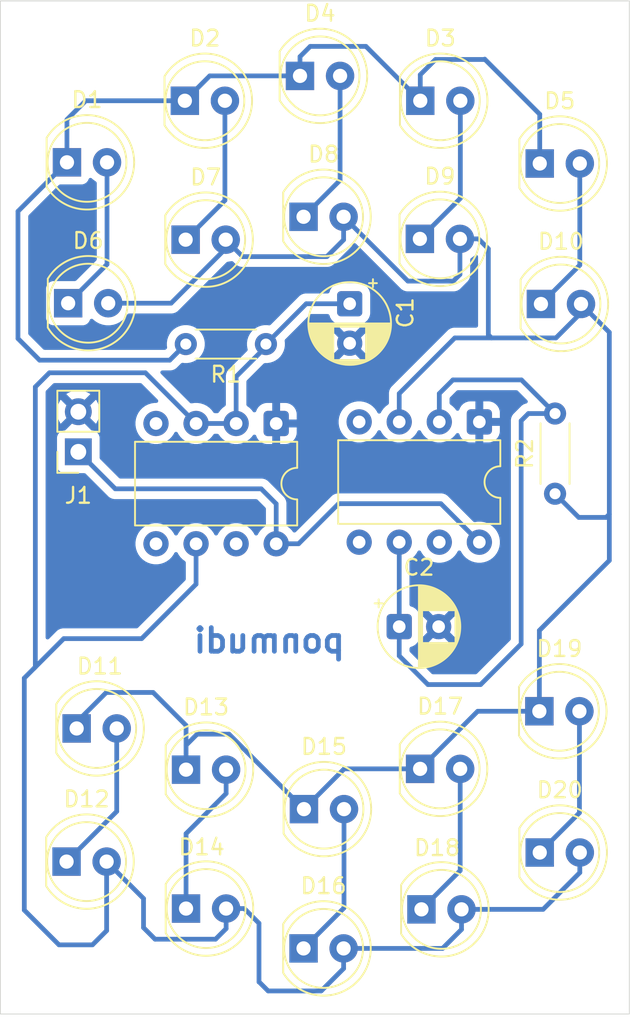
<source format=kicad_pcb>
(kicad_pcb (version 20241229) (generator "pcbnew") (generator_version "9.0")
  (layers (0 "F.Cu" signal) (2 "B.Cu" signal) (13 "F.Paste" user) (15 "B.Paste" user) (5 "F.SilkS" user "F.Silkscreen") (7 "B.SilkS" user "B.Silkscreen") (1 "F.Mask" user) (3 "B.Mask" user) (25 "Edge.Cuts" user))
  (net 0 "")
  (net 1 "GND")
  (net 2 "Net-(D12-A)")
  (net 3 "Net-(U2-THR)")
  (net 4 "Net-(D1-K)")
  (net 5 "Net-(D1-A)")
  (net 6 "Net-(D2-A)")
  (net 7 "Net-(D3-A)")
  (net 8 "Net-(D4-A)")
  (net 9 "Net-(D10-K)")
  (net 10 "Net-(D10-A)")
  (net 11 "Net-(D11-A)")
  (net 12 "Net-(D13-A)")
  (net 13 "Net-(D15-A)")
  (net 14 "Net-(D17-A)")
  (net 15 "Net-(D19-A)")
  (net 16 "VCC")
  (footprint "LED_THT:LED_D5.0mm" (layer "F.Cu") (at 135.98 85.585)
    (property "Reference" "D7" (at 1.27 -3.96 0) (layer "F.SilkS"))
    (property "Value" "LED")
    (pad "1" thru_hole rect (at 0 0) (size 1.8 1.8) (drill 0.9) (layers "*.Cu" "*.Mask") (net 6 "Net-(D2-A)"))
    (pad "2" thru_hole circle (at 2.54 0) (size 1.8 1.8) (drill 0.9) (layers "*.Cu" "*.Mask") (net 10 "Net-(D10-A)"))
  )
  (footprint "Capacitor_THT:CP_Radial_D5.0mm_P2.50mm" (layer "F.Cu") (at 146.38 89.644888 -90)
    (property "Reference" "C1" (at 0.575 -3.525 90) (layer "F.SilkS"))
    (property "Value" "100mF")
    (pad "1" thru_hole roundrect (at 0 0 270) (size 1.6 1.6) (drill 0.8) (layers "*.Cu" "*.Mask") (roundrect_rratio 0.15625) (net 2 "Net-(D12-A)"))
    (pad "2" thru_hole circle (at 2.5 0 270) (size 1.6 1.6) (drill 0.8) (layers "*.Cu" "*.Mask") (net 1 "GND"))
  )
  (footprint "Capacitor_THT:CP_Radial_D5.0mm_P2.50mm" (layer "F.Cu") (at 149.52 110.1)
    (property "Reference" "C2" (at 1.25 -3.75 0) (layer "F.SilkS"))
    (property "Value" "1UF")
    (pad "1" thru_hole roundrect (at 0 0) (size 1.6 1.6) (drill 0.8) (layers "*.Cu" "*.Mask") (roundrect_rratio 0.15625) (net 3 "Net-(U2-THR)"))
    (pad "2" thru_hole circle (at 2.5 0) (size 1.6 1.6) (drill 0.8) (layers "*.Cu" "*.Mask") (net 1 "GND"))
  )
  (footprint "LED_THT:LED_D5.0mm" (layer "F.Cu") (at 158.405 115.46)
    (property "Reference" "D19" (at 1.27 -3.96 0) (layer "F.SilkS"))
    (property "Value" "LED")
    (pad "1" thru_hole rect (at 0 0) (size 1.8 1.8) (drill 0.9) (layers "*.Cu" "*.Mask") (net 10 "Net-(D10-A)"))
    (pad "2" thru_hole circle (at 2.54 0) (size 1.8 1.8) (drill 0.9) (layers "*.Cu" "*.Mask") (net 15 "Net-(D19-A)"))
  )
  (footprint "LED_THT:LED_D5.0mm" (layer "F.Cu") (at 135.93 76.785)
    (property "Reference" "D2" (at 1.27 -3.96 0) (layer "F.SilkS"))
    (property "Value" "LED")
    (pad "1" thru_hole rect (at 0 0) (size 1.8 1.8) (drill 0.9) (layers "*.Cu" "*.Mask") (net 4 "Net-(D1-K)"))
    (pad "2" thru_hole circle (at 2.54 0) (size 1.8 1.8) (drill 0.9) (layers "*.Cu" "*.Mask") (net 6 "Net-(D2-A)"))
  )
  (footprint "LED_THT:LED_D5.0mm" (layer "F.Cu") (at 143.48 121.66)
    (property "Reference" "D15" (at 1.27 -3.96 0) (layer "F.SilkS"))
    (property "Value" "LED")
    (pad "1" thru_hole rect (at 0 0) (size 1.8 1.8) (drill 0.9) (layers "*.Cu" "*.Mask") (net 10 "Net-(D10-A)"))
    (pad "2" thru_hole circle (at 2.54 0) (size 1.8 1.8) (drill 0.9) (layers "*.Cu" "*.Mask") (net 13 "Net-(D15-A)"))
  )
  (footprint "LED_THT:LED_D5.0mm" (layer "F.Cu") (at 143.23 75.21)
    (property "Reference" "D4" (at 1.27 -3.96 0) (layer "F.SilkS"))
    (property "Value" "LED")
    (pad "1" thru_hole rect (at 0 0) (size 1.8 1.8) (drill 0.9) (layers "*.Cu" "*.Mask") (net 4 "Net-(D1-K)"))
    (pad "2" thru_hole circle (at 2.54 0) (size 1.8 1.8) (drill 0.9) (layers "*.Cu" "*.Mask") (net 8 "Net-(D4-A)"))
  )
  (footprint "LED_THT:LED_D5.0mm" (layer "F.Cu") (at 129.07 116.55)
    (property "Reference" "D11" (at 1.47 -3.94 0) (layer "F.SilkS"))
    (property "Value" "LED")
    (pad "1" thru_hole rect (at 0 0) (size 1.8 1.8) (drill 0.9) (layers "*.Cu" "*.Mask") (net 10 "Net-(D10-A)"))
    (pad "2" thru_hole circle (at 2.54 0) (size 1.8 1.8) (drill 0.9) (layers "*.Cu" "*.Mask") (net 11 "Net-(D11-A)"))
  )
  (footprint "Package_DIP:DIP-8_W7.62mm" (layer "F.Cu") (at 141.72 97.23 -90)
    (property "Reference" "U1" (hide yes))
    (property "Value" "NE555P")
    (pad "1" thru_hole roundrect (at 0 0 270) (size 1.6 1.6) (drill 0.8) (layers "*.Cu" "*.Mask") (roundrect_rratio 0.15625) (net 1 "GND"))
    (pad "2" thru_hole circle (at 0 2.54 270) (size 1.6 1.6) (drill 0.8) (layers "*.Cu" "*.Mask") (net 2 "Net-(D12-A)"))
    (pad "3" thru_hole circle (at 0 5.08 270) (size 1.6 1.6) (drill 0.8) (layers "*.Cu" "*.Mask") (net 2 "Net-(D12-A)"))
    (pad "4" thru_hole circle (at 0 7.62 270) (size 1.6 1.6) (drill 0.8) (layers "*.Cu" "*.Mask"))
    (pad "5" thru_hole circle (at 7.62 7.62 270) (size 1.6 1.6) (drill 0.8) (layers "*.Cu" "*.Mask"))
    (pad "6" thru_hole circle (at 7.62 5.08 270) (size 1.6 1.6) (drill 0.8) (layers "*.Cu" "*.Mask") (net 2 "Net-(D12-A)"))
    (pad "7" thru_hole circle (at 7.62 2.54 270) (size 1.6 1.6) (drill 0.8) (layers "*.Cu" "*.Mask"))
    (pad "8" thru_hole circle (at 7.62 0 270) (size 1.6 1.6) (drill 0.8) (layers "*.Cu" "*.Mask") (net 16 "VCC"))
  )
  (footprint "Resistor_THT:R_Axial_DIN0204_L3.6mm_D1.6mm_P5.08mm_Horizontal" (layer "F.Cu") (at 159.4 101.68 90)
    (property "Reference" "R2" (at 2.54 -1.92 90) (layer "F.SilkS"))
    (property "Value" "850K")
    (pad "1" thru_hole circle (at 0 0 90) (size 1.4 1.4) (drill 0.7) (layers "*.Cu" "*.Mask") (net 10 "Net-(D10-A)"))
    (pad "2" thru_hole circle (at 5.08 0 90) (size 1.4 1.4) (drill 0.7) (layers "*.Cu" "*.Mask") (net 3 "Net-(U2-THR)"))
  )
  (footprint "Connector_PinSocket_2.54mm:PinSocket_1x02_P2.54mm_Vertical" (layer "F.Cu") (at 129.175 99.025 180)
    (property "Reference" "J1" (at 0 -2.77 0) (layer "F.SilkS"))
    (property "Value" "Conn_01x02_Pin" (hide yes))
    (pad "1" thru_hole rect (at 0 0 180) (size 1.7 1.7) (drill 1) (layers "*.Cu" "*.Mask") (net 16 "VCC"))
    (pad "2" thru_hole circle (at 0 2.54 180) (size 1.7 1.7) (drill 1) (layers "*.Cu" "*.Mask") (net 1 "GND"))
  )
  (footprint "LED_THT:LED_D5.0mm" (layer "F.Cu") (at 136.005 119.16)
    (property "Reference" "D13" (at 1.27 -3.96 0) (layer "F.SilkS"))
    (property "Value" "LED")
    (pad "1" thru_hole rect (at 0 0) (size 1.8 1.8) (drill 0.9) (layers "*.Cu" "*.Mask") (net 10 "Net-(D10-A)"))
    (pad "2" thru_hole circle (at 2.54 0) (size 1.8 1.8) (drill 0.9) (layers "*.Cu" "*.Mask") (net 12 "Net-(D13-A)"))
  )
  (footprint "LED_THT:LED_D5.0mm" (layer "F.Cu") (at 128.455 80.685)
    (property "Reference" "D1" (at 1.27 -3.96 0) (layer "F.SilkS"))
    (property "Value" "LED")
    (pad "1" thru_hole rect (at 0 0) (size 1.8 1.8) (drill 0.9) (layers "*.Cu" "*.Mask") (net 4 "Net-(D1-K)"))
    (pad "2" thru_hole circle (at 2.54 0) (size 1.8 1.8) (drill 0.9) (layers "*.Cu" "*.Mask") (net 5 "Net-(D1-A)"))
  )
  (footprint "LED_THT:LED_D5.0mm" (layer "F.Cu") (at 150.83 85.535)
    (property "Reference" "D9" (at 1.27 -3.96 0) (layer "F.SilkS"))
    (property "Value" "LED")
    (pad "1" thru_hole rect (at 0 0) (size 1.8 1.8) (drill 0.9) (layers "*.Cu" "*.Mask") (net 7 "Net-(D3-A)"))
    (pad "2" thru_hole circle (at 2.54 0) (size 1.8 1.8) (drill 0.9) (layers "*.Cu" "*.Mask") (net 10 "Net-(D10-A)"))
  )
  (footprint "LED_THT:LED_D5.0mm" (layer "F.Cu") (at 143.455 130.485)
    (property "Reference" "D16" (at 1.27 -3.96 0) (layer "F.SilkS"))
    (property "Value" "LED")
    (pad "1" thru_hole rect (at 0 0) (size 1.8 1.8) (drill 0.9) (layers "*.Cu" "*.Mask") (net 13 "Net-(D15-A)"))
    (pad "2" thru_hole circle (at 2.54 0) (size 1.8 1.8) (drill 0.9) (layers "*.Cu" "*.Mask") (net 2 "Net-(D12-A)"))
  )
  (footprint "LED_THT:LED_D5.0mm" (layer "F.Cu") (at 150.855 76.785)
    (property "Reference" "D3" (at 1.27 -3.96 0) (layer "F.SilkS"))
    (property "Value" "LED")
    (pad "1" thru_hole rect (at 0 0) (size 1.8 1.8) (drill 0.9) (layers "*.Cu" "*.Mask") (net 4 "Net-(D1-K)"))
    (pad "2" thru_hole circle (at 2.54 0) (size 1.8 1.8) (drill 0.9) (layers "*.Cu" "*.Mask") (net 7 "Net-(D3-A)"))
  )
  (footprint "LED_THT:LED_D5.0mm" (layer "F.Cu") (at 150.845 119.11)
    (property "Reference" "D17" (at 1.27 -3.96 0) (layer "F.SilkS"))
    (property "Value" "LED")
    (pad "1" thru_hole rect (at 0 0) (size 1.8 1.8) (drill 0.9) (layers "*.Cu" "*.Mask") (net 10 "Net-(D10-A)"))
    (pad "2" thru_hole circle (at 2.54 0) (size 1.8 1.8) (drill 0.9) (layers "*.Cu" "*.Mask") (net 14 "Net-(D17-A)"))
  )
  (footprint "LED_THT:LED_D5.0mm" (layer "F.Cu") (at 158.43 80.76)
    (property "Reference" "D5" (at 1.27 -3.96 0) (layer "F.SilkS"))
    (property "Value" "LED")
    (pad "1" thru_hole rect (at 0 0) (size 1.8 1.8) (drill 0.9) (layers "*.Cu" "*.Mask") (net 4 "Net-(D1-K)"))
    (pad "2" thru_hole circle (at 2.54 0) (size 1.8 1.8) (drill 0.9) (layers "*.Cu" "*.Mask") (net 9 "Net-(D10-K)"))
  )
  (footprint "LED_THT:LED_D5.0mm" (layer "F.Cu") (at 150.93 128.01)
    (property "Reference" "D18" (at 0.99 -3.895 0) (layer "F.SilkS"))
    (property "Value" "LED")
    (pad "1" thru_hole rect (at 0 0) (size 1.8 1.8) (drill 0.9) (layers "*.Cu" "*.Mask") (net 14 "Net-(D17-A)"))
    (pad "2" thru_hole circle (at 2.54 0) (size 1.8 1.8) (drill 0.9) (layers "*.Cu" "*.Mask") (net 2 "Net-(D12-A)"))
  )
  (footprint "Package_DIP:DIP-8_W7.62mm" (layer "F.Cu") (at 154.6 97.13 -90)
    (property "Reference" "U2" (hide yes))
    (property "Value" "NE555P")
    (pad "1" thru_hole roundrect (at 0 0 270) (size 1.6 1.6) (drill 0.8) (layers "*.Cu" "*.Mask") (roundrect_rratio 0.15625) (net 1 "GND"))
    (pad "2" thru_hole circle (at 0 2.54 270) (size 1.6 1.6) (drill 0.8) (layers "*.Cu" "*.Mask") (net 3 "Net-(U2-THR)"))
    (pad "3" thru_hole circle (at 0 5.08 270) (size 1.6 1.6) (drill 0.8) (layers "*.Cu" "*.Mask") (net 10 "Net-(D10-A)"))
    (pad "4" thru_hole circle (at 0 7.62 270) (size 1.6 1.6) (drill 0.8) (layers "*.Cu" "*.Mask"))
    (pad "5" thru_hole circle (at 7.62 7.62 270) (size 1.6 1.6) (drill 0.8) (layers "*.Cu" "*.Mask"))
    (pad "6" thru_hole circle (at 7.62 5.08 270) (size 1.6 1.6) (drill 0.8) (layers "*.Cu" "*.Mask") (net 3 "Net-(U2-THR)"))
    (pad "7" thru_hole circle (at 7.62 2.54 270) (size 1.6 1.6) (drill 0.8) (layers "*.Cu" "*.Mask"))
    (pad "8" thru_hole circle (at 7.62 0 270) (size 1.6 1.6) (drill 0.8) (layers "*.Cu" "*.Mask") (net 16 "VCC"))
  )
  (footprint "LED_THT:LED_D5.0mm" (layer "F.Cu") (at 158.505 89.66)
    (property "Reference" "D10" (at 1.27 -3.96 0) (layer "F.SilkS"))
    (property "Value" "LED")
    (pad "1" thru_hole rect (at 0 0) (size 1.8 1.8) (drill 0.9) (layers "*.Cu" "*.Mask") (net 9 "Net-(D10-K)"))
    (pad "2" thru_hole circle (at 2.54 0) (size 1.8 1.8) (drill 0.9) (layers "*.Cu" "*.Mask") (net 10 "Net-(D10-A)"))
  )
  (footprint "LED_THT:LED_D5.0mm" (layer "F.Cu") (at 128.43 124.985)
    (property "Reference" "D12" (at 1.27 -3.96 0) (layer "F.SilkS"))
    (property "Value" "LED")
    (pad "1" thru_hole rect (at 0 0) (size 1.8 1.8) (drill 0.9) (layers "*.Cu" "*.Mask") (net 11 "Net-(D11-A)"))
    (pad "2" thru_hole circle (at 2.54 0) (size 1.8 1.8) (drill 0.9) (layers "*.Cu" "*.Mask") (net 2 "Net-(D12-A)"))
  )
  (footprint "LED_THT:LED_D5.0mm" (layer "F.Cu") (at 128.53 89.61)
    (property "Reference" "D6" (at 1.27 -3.96 0) (layer "F.SilkS"))
    (property "Value" "LED")
    (pad "1" thru_hole rect (at 0 0) (size 1.8 1.8) (drill 0.9) (layers "*.Cu" "*.Mask") (net 5 "Net-(D1-A)"))
    (pad "2" thru_hole circle (at 2.54 0) (size 1.8 1.8) (drill 0.9) (layers "*.Cu" "*.Mask") (net 10 "Net-(D10-A)"))
  )
  (footprint "LED_THT:LED_D5.0mm" (layer "F.Cu") (at 143.455 84.135)
    (property "Reference" "D8" (at 1.27 -3.96 0) (layer "F.SilkS"))
    (property "Value" "LED")
    (pad "1" thru_hole rect (at 0 0) (size 1.8 1.8) (drill 0.9) (layers "*.Cu" "*.Mask") (net 8 "Net-(D4-A)"))
    (pad "2" thru_hole circle (at 2.54 0) (size 1.8 1.8) (drill 0.9) (layers "*.Cu" "*.Mask") (net 10 "Net-(D10-A)"))
  )
  (footprint "LED_THT:LED_D5.0mm" (layer "F.Cu") (at 158.43 124.41)
    (property "Reference" "D20" (at 1.27 -3.96 0) (layer "F.SilkS"))
    (property "Value" "LED")
    (pad "1" thru_hole rect (at 0 0) (size 1.8 1.8) (drill 0.9) (layers "*.Cu" "*.Mask") (net 15 "Net-(D19-A)"))
    (pad "2" thru_hole circle (at 2.54 0) (size 1.8 1.8) (drill 0.9) (layers "*.Cu" "*.Mask") (net 2 "Net-(D12-A)"))
  )
  (footprint "Resistor_THT:R_Axial_DIN0204_L3.6mm_D1.6mm_P5.08mm_Horizontal" (layer "F.Cu") (at 141.07 92.2 180)
    (property "Reference" "R1" (at 2.54 -1.92 0) (layer "F.SilkS"))
    (property "Value" "850k")
    (pad "1" thru_hole circle (at 0 0 180) (size 1.4 1.4) (drill 0.7) (layers "*.Cu" "*.Mask") (net 2 "Net-(D12-A)"))
    (pad "2" thru_hole circle (at 5.08 0 180) (size 1.4 1.4) (drill 0.7) (layers "*.Cu" "*.Mask") (net 4 "Net-(D1-K)"))
  )
  (footprint "LED_THT:LED_D5.0mm" (layer "F.Cu") (at 136.005 127.96)
    (property "Reference" "D14" (at 0.99 -3.895 0) (layer "F.SilkS"))
    (property "Value" "LED")
    (pad "1" thru_hole rect (at 0 0) (size 1.8 1.8) (drill 0.9) (layers "*.Cu" "*.Mask") (net 12 "Net-(D13-A)"))
    (pad "2" thru_hole circle (at 2.54 0) (size 1.8 1.8) (drill 0.9) (layers "*.Cu" "*.Mask") (net 2 "Net-(D12-A)"))
  )
  (gr_rect (start 124.235 70.46) (end 164.11 134.64) (stroke (width 0.05)) (fill no) (layer "Edge.Cuts"))
  (gr_text "ponmudi" (at 146.23 111.86 0) (layer "B.Cu") (effects (font (size 1.5 1.5) (thickness 0.3) (bold yes)) (justify left bottom mirror)))
  (segment (start 139.18 94.26) (end 139.18 97.23) (width 0.3) (layer "B.Cu") (net 2))
  (segment (start 126.45 94.91) (end 126.45 112.66) (width 0.3) (layer "B.Cu") (net 2))
  (segment (start 126.45 112.66) (end 126.34 112.77) (width 0.3) (layer "B.Cu") (net 2))
  (segment (start 143.625112 89.644888) (end 141.07 92.2) (width 0.3) (layer "B.Cu") (net 2))
  (segment (start 139.7 127.96) (end 140.63 128.89) (width 0.3) (layer "B.Cu") (net 2))
  (segment (start 130.97 124.985) (end 130.97 129.36) (width 0.3) (layer "B.Cu") (net 2))
  (segment (start 125.75 113.36) (end 128.25 110.86) (width 0.3) (layer "B.Cu") (net 2))
  (segment (start 133.19 110.86) (end 136.64 107.41) (width 0.3) (layer "B.Cu") (net 2))
  (segment (start 140.63 132.61) (end 140.64 132.61) (width 0.3) (layer "B.Cu") (net 2))
  (segment (start 141.07 92.37) (end 139.18 94.26) (width 0.3) (layer "B.Cu") (net 2))
  (segment (start 133.429 94.019) (end 127.341 94.019) (width 0.3) (layer "B.Cu") (net 2))
  (segment (start 160.97 125.682792) (end 160.97 124.41) (width 0.3) (layer "B.Cu") (net 2))
  (segment (start 144.572792 133.18) (end 145.995 131.757792) (width 0.3) (layer "B.Cu") (net 2))
  (segment (start 134.04 129.9) (end 137.877792 129.9) (width 0.3) (layer "B.Cu") (net 2))
  (segment (start 141.07 92.2) (end 141.07 92.37) (width 0.3) (layer "B.Cu") (net 2))
  (segment (start 128.25 110.86) (end 133.19 110.86) (width 0.3) (layer "B.Cu") (net 2))
  (segment (start 152.267792 130.485) (end 153.47 129.282792) (width 0.3) (layer "B.Cu") (net 2))
  (segment (start 136.64 97.23) (end 133.429 94.019) (width 0.3) (layer "B.Cu") (net 2))
  (segment (start 125.75 128.06) (end 125.75 113.36) (width 0.3) (layer "B.Cu") (net 2))
  (segment (start 133.31 127.325) (end 133.31 129.17) (width 0.3) (layer "B.Cu") (net 2))
  (segment (start 130.97 124.985) (end 133.31 127.325) (width 0.3) (layer "B.Cu") (net 2))
  (segment (start 145.995 130.485) (end 152.267792 130.485) (width 0.3) (layer "B.Cu") (net 2))
  (segment (start 158.642792 128.01) (end 160.97 125.682792) (width 0.3) (layer "B.Cu") (net 2))
  (segment (start 137.877792 129.9) (end 138.545 129.232792) (width 0.3) (layer "B.Cu") (net 2))
  (segment (start 138.545 127.96) (end 139.7 127.96) (width 0.3) (layer "B.Cu") (net 2))
  (segment (start 140.64 132.61) (end 141.21 133.18) (width 0.3) (layer "B.Cu") (net 2))
  (segment (start 138.545 129.232792) (end 138.545 127.96) (width 0.3) (layer "B.Cu") (net 2))
  (segment (start 145.995 131.757792) (end 145.995 130.485) (width 0.3) (layer "B.Cu") (net 2))
  (segment (start 140.63 128.89) (end 140.63 132.61) (width 0.3) (layer "B.Cu") (net 2))
  (segment (start 136.64 97.23) (end 139.18 97.23) (width 0.3) (layer "B.Cu") (net 2))
  (segment (start 146.38 89.644888) (end 143.625112 89.644888) (width 0.3) (layer "B.Cu") (net 2))
  (segment (start 127.95 130.26) (end 125.75 128.06) (width 0.3) (layer "B.Cu") (net 2))
  (segment (start 133.31 129.17) (end 134.04 129.9) (width 0.3) (layer "B.Cu") (net 2))
  (segment (start 130.97 129.36) (end 130.07 130.26) (width 0.3) (layer "B.Cu") (net 2))
  (segment (start 127.341 94.019) (end 126.45 94.91) (width 0.3) (layer "B.Cu") (net 2))
  (segment (start 153.47 129.282792) (end 153.47 128.01) (width 0.3) (layer "B.Cu") (net 2))
  (segment (start 153.47 128.01) (end 158.642792 128.01) (width 0.3) (layer "B.Cu") (net 2))
  (segment (start 141.21 133.18) (end 144.572792 133.18) (width 0.3) (layer "B.Cu") (net 2))
  (segment (start 130.07 130.26) (end 127.95 130.26) (width 0.3) (layer "B.Cu") (net 2))
  (segment (start 136.64 107.41) (end 136.64 104.85) (width 0.3) (layer "B.Cu") (net 2))
  (segment (start 152.06 95.335) (end 152.06 97.13) (width 0.3) (layer "B.Cu") (net 3))
  (segment (start 157.27 94.47) (end 152.925 94.47) (width 0.3) (layer "B.Cu") (net 3))
  (segment (start 151.34 113.77) (end 154.68 113.77) (width 0.3) (layer "B.Cu") (net 3))
  (segment (start 152.925 94.47) (end 152.06 95.335) (width 0.3) (layer "B.Cu") (net 3))
  (segment (start 154.68 113.77) (end 157.25 111.2) (width 0.3) (layer "B.Cu") (net 3))
  (segment (start 149.52 104.75) (end 149.52 110.1) (width 0.3) (layer "B.Cu") (net 3))
  (segment (start 157.25 111.2) (end 157.25 97.06) (width 0.3) (layer "B.Cu") (net 3))
  (segment (start 157.25 97.06) (end 157.71 96.6) (width 0.3) (layer "B.Cu") (net 3))
  (segment (start 149.52 110.1) (end 149.52 111.95) (width 0.3) (layer "B.Cu") (net 3))
  (segment (start 149.52 111.95) (end 151.34 113.77) (width 0.3) (layer "B.Cu") (net 3))
  (segment (start 157.71 96.6) (end 159.4 96.6) (width 0.3) (layer "B.Cu") (net 3))
  (segment (start 159.4 96.6) (end 157.27 94.47) (width 0.3) (layer "B.Cu") (net 3))
  (segment (start 143.23 73.99) (end 143.88 73.34) (width 0.3) (layer "B.Cu") (net 4))
  (segment (start 129.645 76.785) (end 135.93 76.785) (width 0.3) (layer "B.Cu") (net 4))
  (segment (start 147.41 73.34) (end 150.855 76.785) (width 0.3) (layer "B.Cu") (net 4))
  (segment (start 150.855 76.785) (end 150.855 75.135) (width 0.3) (layer "B.Cu") (net 4))
  (segment (start 154.94 74.15) (end 158.43 77.64) (width 0.3) (layer "B.Cu") (net 4))
  (segment (start 125.35 91.85) (end 125.35 83.79) (width 0.3) (layer "B.Cu") (net 4))
  (segment (start 135.99 92.2) (end 134.972 93.218) (width 0.3) (layer "B.Cu") (net 4))
  (segment (start 134.972 93.218) (end 126.718 93.218) (width 0.3) (layer "B.Cu") (net 4))
  (segment (start 151.82 74.17) (end 154.92 74.17) (width 0.3) (layer "B.Cu") (net 4))
  (segment (start 137.505 75.21) (end 143.23 75.21) (width 0.3) (layer "B.Cu") (net 4))
  (segment (start 126.718 93.218) (end 125.35 91.85) (width 0.3) (layer "B.Cu") (net 4))
  (segment (start 128.455 80.685) (end 128.455 77.975) (width 0.3) (layer "B.Cu") (net 4))
  (segment (start 143.88 73.34) (end 147.41 73.34) (width 0.3) (layer "B.Cu") (net 4))
  (segment (start 158.43 77.64) (end 158.43 80.76) (width 0.3) (layer "B.Cu") (net 4))
  (segment (start 135.93 76.785) (end 137.505 75.21) (width 0.3) (layer "B.Cu") (net 4))
  (segment (start 150.855 75.135) (end 151.82 74.17) (width 0.3) (layer "B.Cu") (net 4))
  (segment (start 154.92 74.17) (end 154.94 74.15) (width 0.3) (layer "B.Cu") (net 4))
  (segment (start 125.35 83.79) (end 128.455 80.685) (width 0.3) (layer "B.Cu") (net 4))
  (segment (start 128.455 77.975) (end 129.645 76.785) (width 0.3) (layer "B.Cu") (net 4))
  (segment (start 143.23 75.21) (end 143.23 73.99) (width 0.3) (layer "B.Cu") (net 4))
  (segment (start 130.995 87.145) (end 128.53 89.61) (width 0.3) (layer "B.Cu") (net 5))
  (segment (start 130.995 80.685) (end 130.995 87.145) (width 0.3) (layer "B.Cu") (net 5))
  (segment (start 138.47 83.095) (end 135.98 85.585) (width 0.3) (layer "B.Cu") (net 6))
  (segment (start 138.47 76.785) (end 138.47 83.095) (width 0.3) (layer "B.Cu") (net 6))
  (segment (start 153.395 82.97) (end 150.83 85.535) (width 0.3) (layer "B.Cu") (net 7))
  (segment (start 153.395 76.785) (end 153.395 82.97) (width 0.3) (layer "B.Cu") (net 7))
  (segment (start 145.77 81.82) (end 143.455 84.135) (width 0.3) (layer "B.Cu") (net 8))
  (segment (start 145.77 75.21) (end 145.77 81.82) (width 0.3) (layer "B.Cu") (net 8))
  (segment (start 160.97 87.195) (end 158.505 89.66) (width 0.3) (layer "B.Cu") (net 9))
  (segment (start 160.97 80.76) (end 160.97 87.195) (width 0.3) (layer "B.Cu") (net 9))
  (segment (start 143.48 121.66) (end 146.03 119.11) (width 0.3) (layer "B.Cu") (net 10))
  (segment (start 146.03 119.11) (end 150.845 119.11) (width 0.3) (layer "B.Cu") (net 10))
  (segment (start 131.07 89.61) (end 135.057 89.61) (width 0.3) (layer "B.Cu") (net 10))
  (segment (start 162.84 105.91) (end 162.84 102.98) (width 0.3) (layer "B.Cu") (net 10))
  (segment (start 155.37 91.81) (end 157.553 91.81) (width 0.3) (layer "B.Cu") (net 10))
  (segment (start 150.07 88.21) (end 152.95 88.21) (width 0.3) (layer "B.Cu") (net 10))
  (segment (start 153.37 87.79) (end 153.37 85.535) (width 0.3) (layer "B.Cu") (net 10))
  (segment (start 149.52 95.335) (end 153.045 91.81) (width 0.3) (layer "B.Cu") (net 10))
  (segment (start 162.84 102.98) (end 162.84 91.455) (width 0.3) (layer "B.Cu") (net 10))
  (segment (start 150.845 119.11) (end 154.495 115.46) (width 0.3) (layer "B.Cu") (net 10))
  (segment (start 155.17 86.16) (end 155.17 91.61) (width 0.3) (layer "B.Cu") (net 10))
  (segment (start 161.045 90.222) (end 159.457 91.81) (width 0.3) (layer "B.Cu") (net 10))
  (segment (start 138.73 116.91) (end 143.48 121.66) (width 0.3) (layer "B.Cu") (net 10))
  (segment (start 149.52 95.335) (end 149.52 97.13) (width 0.3) (layer "B.Cu") (net 10))
  (segment (start 133.92 114.27) (end 136.005 116.355) (width 0.3) (layer "B.Cu") (net 10))
  (segment (start 160.9 103.18) (end 162.64 103.18) (width 0.3) (layer "B.Cu") (net 10))
  (segment (start 150.845 118.525) (end 150.845 119.11) (width 0.3) (layer "B.Cu") (net 10))
  (segment (start 136.005 116.355) (end 136.005 119.16) (width 0.3) (layer "B.Cu") (net 10))
  (segment (start 136.005 119.16) (end 135.975 119.16) (width 0.2) (layer "B.Cu") (net 10))
  (segment (start 129.085 116.135) (end 130.95 114.27) (width 0.3) (layer "B.Cu") (net 10))
  (segment (start 153.37 85.535) (end 154.545 85.535) (width 0.3) (layer "B.Cu") (net 10))
  (segment (start 159.457 91.81) (end 157.553 91.81) (width 0.3) (layer "B.Cu") (net 10))
  (segment (start 136.71 116.91) (end 138.73 116.91) (width 0.3) (layer "B.Cu") (net 10))
  (segment (start 139.595 86.66) (end 144.93 86.66) (width 0.3) (layer "B.Cu") (net 10))
  (segment (start 158.405 110.345) (end 162.84 105.91) (width 0.3) (layer "B.Cu") (net 10))
  (segment (start 138.52 85.585) (end 139.595 86.66) (width 0.3) (layer "B.Cu") (net 10))
  (segment (start 153.045 91.81) (end 155.37 91.81) (width 0.3) (layer "B.Cu") (net 10))
  (segment (start 161.045 89.66) (end 161.045 90.222) (width 0.3) (layer "B.Cu") (net 10))
  (segment (start 159.4 101.68) (end 160.9 103.18) (width 0.3) (layer "B.Cu") (net 10))
  (segment (start 160.9 107.85) (end 158.405 110.345) (width 0.3) (layer "B.Cu") (net 10))
  (segment (start 154.545 85.535) (end 155.17 86.16) (width 0.3) (layer "B.Cu") (net 10))
  (segment (start 152.95 88.21) (end 153.37 87.79) (width 0.3) (layer "B.Cu") (net 10))
  (segment (start 144.93 86.66) (end 145.995 85.595) (width 0.3) (layer "B.Cu") (net 10))
  (segment (start 136.005 117.615) (end 136.71 116.91) (width 0.3) (layer "B.Cu") (net 10))
  (segment (start 135.057 89.61) (end 138.52 86.147) (width 0.3) (layer "B.Cu") (net 10))
  (segment (start 145.995 84.135) (end 150.07 88.21) (width 0.3) (layer "B.Cu") (net 10))
  (segment (start 162.84 91.455) (end 161.045 89.66) (width 0.3) (layer "B.Cu") (net 10))
  (segment (start 155.17 91.61) (end 155.37 91.81) (width 0.3) (layer "B.Cu") (net 10))
  (segment (start 145.995 85.595) (end 145.995 84.135) (width 0.3) (layer "B.Cu") (net 10))
  (segment (start 128.38 116.135) (end 129.085 116.135) (width 0.3) (layer "B.Cu") (net 10))
  (segment (start 154.495 115.46) (end 158.405 115.46) (width 0.3) (layer "B.Cu") (net 10))
  (segment (start 130.95 114.27) (end 133.92 114.27) (width 0.3) (layer "B.Cu") (net 10))
  (segment (start 135.975 119.16) (end 135.945 119.13) (width 0.2) (layer "B.Cu") (net 10))
  (segment (start 138.52 86.147) (end 138.52 85.585) (width 0.3) (layer "B.Cu") (net 10))
  (segment (start 136.005 119.16) (end 136.005 117.615) (width 0.2) (layer "B.Cu") (net 10))
  (segment (start 158.405 115.46) (end 158.405 110.345) (width 0.3) (layer "B.Cu") (net 10))
  (segment (start 162.64 103.18) (end 162.84 102.98) (width 0.3) (layer "B.Cu") (net 10))
  (segment (start 131.61 116.55) (end 131.61 121.805) (width 0.3) (layer "B.Cu") (net 11))
  (segment (start 131.61 121.805) (end 128.43 124.985) (width 0.3) (layer "B.Cu") (net 11))
  (segment (start 138.545 120.675) (end 136.005 123.215) (width 0.3) (layer "B.Cu") (net 12))
  (segment (start 138.545 119.16) (end 138.545 120.675) (width 0.3) (layer "B.Cu") (net 12))
  (segment (start 136.005 123.215) (end 136.005 127.96) (width 0.3) (layer "B.Cu") (net 12))
  (segment (start 146.02 121.66) (end 146.02 127.92) (width 0.3) (layer "B.Cu") (net 13))
  (segment (start 146.02 127.92) (end 143.455 130.485) (width 0.3) (layer "B.Cu") (net 13))
  (segment (start 153.385 119.11) (end 153.385 125.555) (width 0.3) (layer "B.Cu") (net 14))
  (segment (start 153.385 125.555) (end 150.93 128.01) (width 0.3) (layer "B.Cu") (net 14))
  (segment (start 160.945 121.895) (end 158.43 124.41) (width 0.3) (layer "B.Cu") (net 15))
  (segment (start 160.945 115.46) (end 160.945 121.895) (width 0.3) (layer "B.Cu") (net 15))
  (segment (start 152.16 102.31) (end 154.6 104.75) (width 0.3) (layer "B.Cu") (net 16))
  (segment (start 140.77 101.37) (end 141.72 102.32) (width 0.3) (layer "B.Cu") (net 16))
  (segment (start 141.72 102.32) (end 141.72 104.85) (width 0.3) (layer "B.Cu") (net 16))
  (segment (start 131.52 101.37) (end 140.77 101.37) (width 0.3) (layer "B.Cu") (net 16))
  (segment (start 129.175 99.025) (end 131.52 101.37) (width 0.3) (layer "B.Cu") (net 16))
  (segment (start 143.14 104.85) (end 145.68 102.31) (width 0.3) (layer "B.Cu") (net 16))
  (segment (start 141.72 104.85) (end 143.14 104.85) (width 0.3) (layer "B.Cu") (net 16))
  (segment (start 145.68 102.31) (end 152.16 102.31) (width 0.3) (layer "B.Cu") (net 16))
  (zone (net 1) (net_name "GND") (layer "B.Cu") (connect_pads (clearance 0.3)) (min_thickness 0.25) (fill yes (thermal_gap 0.5) (thermal_bridge_width 0.5))
    (polygon (pts (xy 124.243807 70.547767) (xy 124.318811 134.501488) (xy 164.232145 134.45122) (xy 164.132139 70.623171)))
  )
)
</source>
